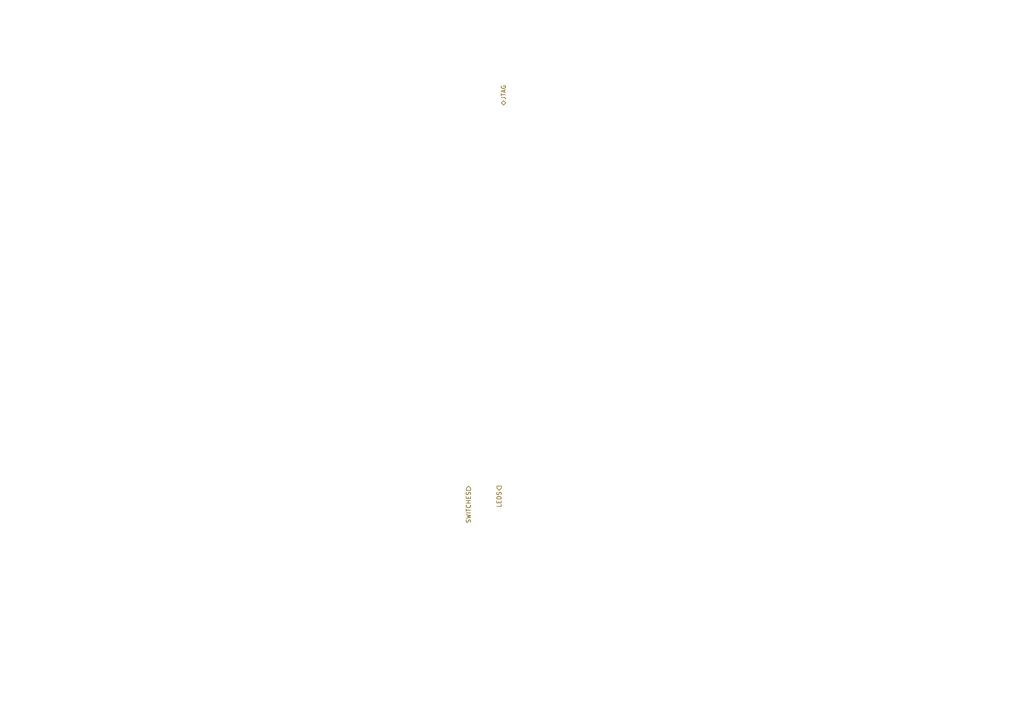
<source format=kicad_sch>
(kicad_sch
	(version 20231120)
	(generator "eeschema")
	(generator_version "8.0")
	(uuid "393d1ad1-4f47-4813-80db-2ff0bccd8599")
	(paper "A4")
	(lib_symbols)
	(hierarchical_label "LEDS"
		(shape output)
		(at 144.78 140.97 270)
		(effects
			(font
				(size 1.27 1.27)
			)
			(justify right)
		)
		(uuid "6888339b-1fc2-4873-a39d-4860d90c0626")
	)
	(hierarchical_label "JTAG"
		(shape bidirectional)
		(at 146.05 30.48 90)
		(effects
			(font
				(size 1.27 1.27)
			)
			(justify left)
		)
		(uuid "6bebcc91-59b7-4293-a84f-43d66d39b350")
	)
	(hierarchical_label "SWITCHES"
		(shape input)
		(at 135.89 140.97 270)
		(effects
			(font
				(size 1.27 1.27)
			)
			(justify right)
		)
		(uuid "c3413a26-2a00-4e2d-bb27-2b646bb8b641")
	)
)

</source>
